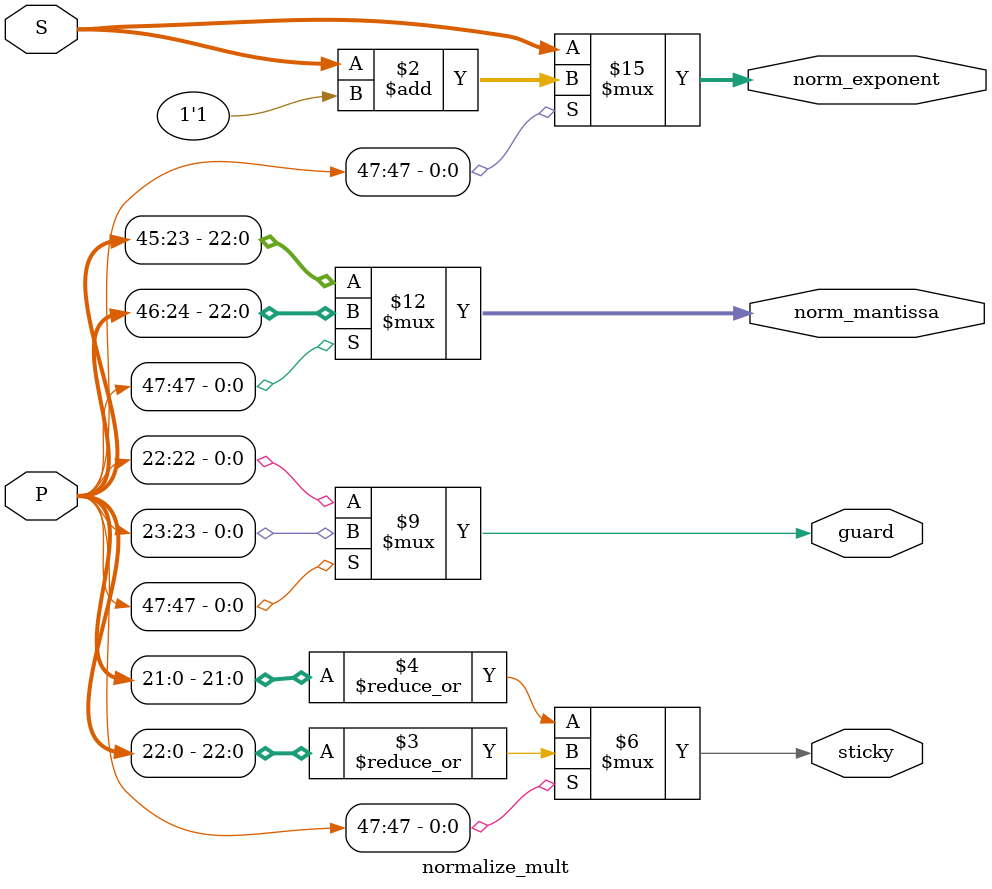
<source format=sv>
module normalize_mult (
	input logic [47:0] P,
	input logic [9:0] S,

	output logic [9:0] norm_exponent,
	output logic [22:0] norm_mantissa,
	output logic sticky, guard
);

always @(*) 
begin
	if (P[47]) begin
		norm_exponent=S+ 1'b1;
		norm_mantissa=P[46:24];
		guard=P[23];
		sticky=|P[22:0];
	end 
	else begin
		norm_exponent=S;
		norm_mantissa=P[45:23];
		guard=P[22];
		sticky=|P[21:0];
	end	
end

endmodule
</source>
